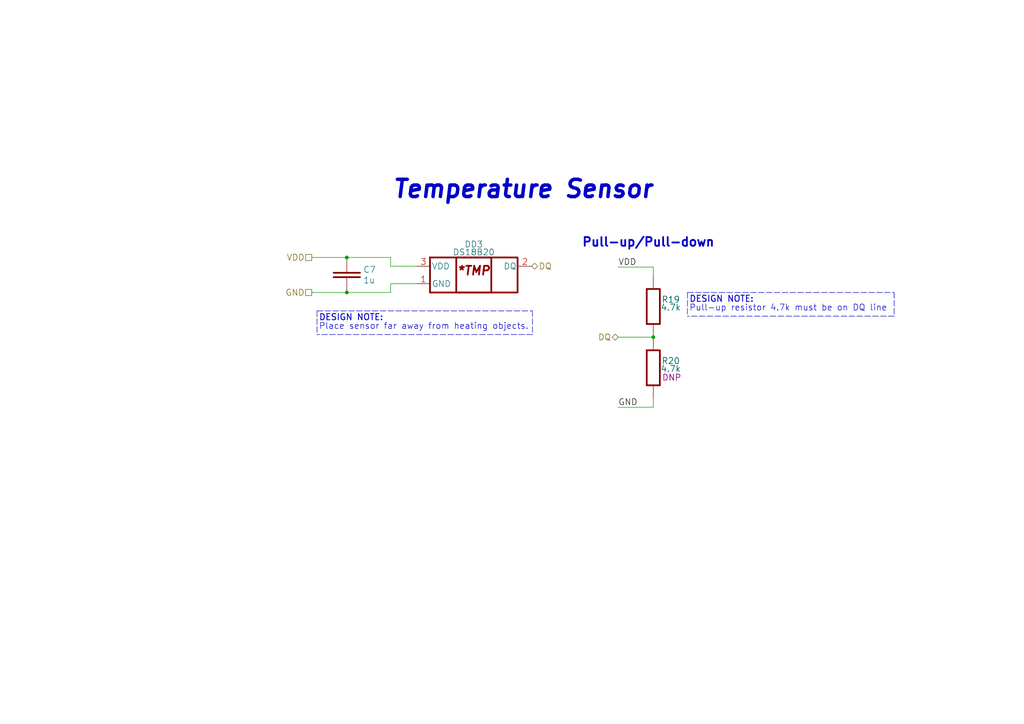
<source format=kicad_sch>
(kicad_sch (version 20211123) (generator eeschema)
  (paper "A4")
  (lib_symbols
    (symbol "Capacitors:C_CAP" (pin_names (offset 0))
      (property "Reference" "C" (at 0 6.35 0))
      (property "Value" "C_CAP" (at 0 -6.35 0))
      (symbol "C_CAP_0_1"
        (polyline (pts (xy -5.08 0) (xy -0.635 0)))
        (polyline (pts (xy -0.635 3.81) (xy -0.635 -3.81)) (stroke (width 0.508)))
        (polyline (pts (xy 0.635 0) (xy 5.08 0)))
        (polyline (pts (xy 0.635 3.81) (xy 0.635 -3.81)) (stroke (width 0.508)))
      )
      (symbol "C_CAP_1_1"
        (pin passive line (at -5.08 0 0) (length 2.54) hide (name "~") (number "1"))
        (pin passive line (at 5.08 0 180) (length 2.54) hide (name "~") (number "2"))
      )
    )
    (symbol "Chips:DS18B20"
      (property "Reference" "DD" (at 0 3.81 0))
      (property "Value" "DS18B20" (at 0 1.524 0))
      (symbol "DS18B20_0_1"
        (rectangle (start -12.7 0) (end 12.7 -10.16) (stroke (width 0.508)))
        (rectangle (start -5.08 0) (end 5.08 -10.16) (stroke (width 0.508)))
      )
      (symbol "DS18B20_1_1"
        (polyline (pts (xy -16.51 -7.62) (xy -12.7 -7.62)))
        (polyline (pts (xy -12.7 -7.62) (xy -12.7 -7.62)) (stroke (width 0.508)))
        (polyline (pts (xy -12.7 -5.08) (xy -12.7 -5.08)))
        (polyline (pts (xy -12.7 -2.5399) (xy -16.51 -2.5399)))
        (text "*TMP" (at 0 -3.81 0) (effects (font (size 2.54 2.54) bold italic)))
        (pin power_in line (at -16.51 -7.62 0) (length 3.81) (name "GND") (number "1"))
        (pin input line (at 16.764 -2.54 180) (length 3.81) (name "DQ") (number "2"))
        (pin input line (at -16.51 -2.54 0) (length 3.81) (name "VDD") (number "3"))
      )
    )
    (symbol "Resistors:R_RES" (pin_names (offset 0))
      (property "Reference" "R" (at 0 3.81 0))
      (property "Value" "R_RES" (at 0 -3.81 0))
      (property "Case/Package" "0000" (at 0 -6.35 0))
      (property "Power" "mW" (at 0 -7.874 0))
      (property "Tolerance" "±%" (at 0 -9.652 0))
      (symbol "R_RES_0_1"
        (rectangle (start -5.08 1.905) (end 5.08 -1.905) (stroke (width 0.508)))
        (polyline (pts (xy -8.89 0) (xy -5.08 0)))
        (polyline (pts (xy 5.08 0) (xy 8.89 0)))
      )
      (symbol "R_RES_1_1"
        (pin passive line (at -8.89 0 0) (length 2.54) hide (name "~") (number "1"))
        (pin passive line (at 8.89 0 180) (length 2.54) hide (name "~") (number "2"))
      )
    )
  )
  (junction (at 189.484 97.79))
  (junction (at 100.584 74.676))
  (junction (at 100.584 84.836))
  (polyline (pts (xy 91.948 90.17) (xy 91.948 97.028)) (stroke (width 0) (type dash) (color 0 0 194 1)))
  (polyline (pts (xy 154.432 97.028) (xy 91.948 97.028)) (stroke (width 0) (type dash) (color 0 0 194 1)))
  (wire (pts (xy 189.484 77.47) (xy 189.484 80.01)))
  (wire (pts (xy 113.284 74.676) (xy 100.584 74.676)))
  (wire (pts (xy 179.324 118.11) (xy 189.484 118.11)))
  (polyline (pts (xy 199.39 84.836) (xy 199.39 91.694)) (stroke (width 0) (type dash) (color 0 0 194 1)))
  (polyline (pts (xy 259.334 84.836) (xy 259.334 91.694)) (stroke (width 0) (type dash) (color 0 0 194 1)))
  (wire (pts (xy 189.484 118.11) (xy 189.484 115.57)))
  (wire (pts (xy 113.284 77.216) (xy 120.904 77.216)))
  (polyline (pts (xy 199.39 84.836) (xy 259.334 84.836)) (stroke (width 0) (type dash) (color 0 0 194 1)))
  (wire (pts (xy 113.284 82.296) (xy 120.904 82.296)))
  (wire (pts (xy 179.324 77.47) (xy 189.484 77.47)))
  (polyline (pts (xy 91.948 90.17) (xy 154.432 90.17)) (stroke (width 0) (type dash) (color 0 0 194 1)))
  (wire (pts (xy 113.284 82.296) (xy 113.284 84.836)))
  (polyline (pts (xy 154.432 90.17) (xy 154.432 97.028)) (stroke (width 0) (type dash) (color 0 0 194 1)))
  (wire (pts (xy 113.284 84.836) (xy 100.584 84.836)))
  (wire (pts (xy 179.324 97.79) (xy 189.484 97.79)))
  (wire (pts (xy 90.424 84.836) (xy 100.584 84.836)))
  (wire (pts (xy 113.284 77.216) (xy 113.284 74.676)))
  (wire (pts (xy 90.424 74.676) (xy 100.584 74.676)))
  (polyline (pts (xy 259.334 91.694) (xy 199.39 91.694)) (stroke (width 0) (type dash) (color 0 0 194 1)))
  (text "DESIGN NOTE:" (at 199.898 87.884 0) (effects (font (size 1.778 1.778) (thickness 0.254) bold) (justify left bottom)))
  (text "Temperature Sensor" (at 113.538 57.912 0) (effects (font (size 5 5) (thickness 1.0008) bold italic) (justify left bottom)))
  (text "Pull-up/Pull-down" (at 168.656 71.882 0) (effects (font (size 2.54 2.54) (thickness 0.508) bold) (justify left bottom)))
  (text "Place sensor far away from heating objects." (at 92.456 95.758 0) (effects (font (size 1.778 1.778)) (justify left bottom)))
  (text "DESIGN NOTE:" (at 92.456 93.218 0) (effects (font (size 1.778 1.778) (thickness 0.254) bold) (justify left bottom)))
  (text "Pull-up resistor 4.7k must be on DQ line" (at 199.898 90.424 0) (effects (font (size 1.778 1.778)) (justify left bottom)))
  (label "GND" (at 179.324 118.11 0) (effects (font (size 1.778 1.778))))
  (label "VDD" (at 179.324 77.47 0) (effects (font (size 1.778 1.778))))
  (hierarchical_label "VDD" (shape passive) (at 90.424 74.676 180) (effects (font (size 1.778 1.778))))
  (hierarchical_label "DQ" (shape bidirectional) (at 154.178 77.216 0) (effects (font (size 1.778 1.778))))
  (hierarchical_label "DQ" (shape bidirectional) (at 179.324 97.79 180) (effects (font (size 1.778 1.778))))
  (hierarchical_label "GND" (shape passive) (at 90.424 84.836 180) (effects (font (size 1.778 1.778))))
  (symbol (lib_id "Capacitors:C_CAP") (at 100.584 79.756 270) (unit 1)
    (property "Reference" "C7" (at 105.283 78.2066 90) (effects (font (size 1.778 1.778)) (justify left)))
    (property "Value" "1u" (at 105.283 81.28 90) (effects (font (size 1.778 1.778)) (justify left)))
    (property "Footprint" "Capacitor_SMD:C_0603_1608Metric" (effects hide))
  )
  (symbol (lib_id "Resistors:R_RES") (at 189.484 106.68 270) (unit 1)
    (property "Reference" "R20" (at 194.564 104.648 90) (effects (font (size 1.778 1.778))))
    (property "Value" "4.7k" (at 194.564 106.934 90) (effects (font (size 1.778 1.778))))
    (property "Footprint" "Resistor_SMD:R_0603_1608Metric" (effects hide))
    (property "Assembly" "DNP" (at 194.818 109.474 90) (effects (font (size 1.778 1.778))))
    (property "Case/Package" "0000" (effects hide))
    (property "Power" "mW" (effects hide))
    (property "Tolerance" "±%" (effects hide))
  )
  (symbol (lib_id "Resistors:R_RES") (at 189.484 88.9 270) (unit 1)
    (property "Reference" "R19" (at 194.564 86.868 90) (effects (font (size 1.778 1.778))))
    (property "Value" "4.7k" (at 194.564 89.154 90) (effects (font (size 1.778 1.778))))
    (property "Footprint" "Resistor_SMD:R_0603_1608Metric" (effects hide))
    (property "Case/Package" "0000" (effects hide))
    (property "Power" "mW" (effects hide))
    (property "Tolerance" "±%" (effects hide))
  )
  (symbol (lib_id "Chips:DS18B20") (at 137.414 74.676 0) (unit 1)
    (property "Reference" "DD3" (at 137.414 70.866 0) (effects (font (size 1.778 1.778))))
    (property "Value" "DS18B20" (at 137.414 73.152 0) (effects (font (size 1.778 1.778))))
    (property "Footprint" "Package_TO_SOT_THT:TO-92_Inline" (effects hide))
    (property "Datasheet" "http://datasheets.maximintegrated.com/en/ds/DS18B20.pdf" (effects hide))
  )
)
</source>
